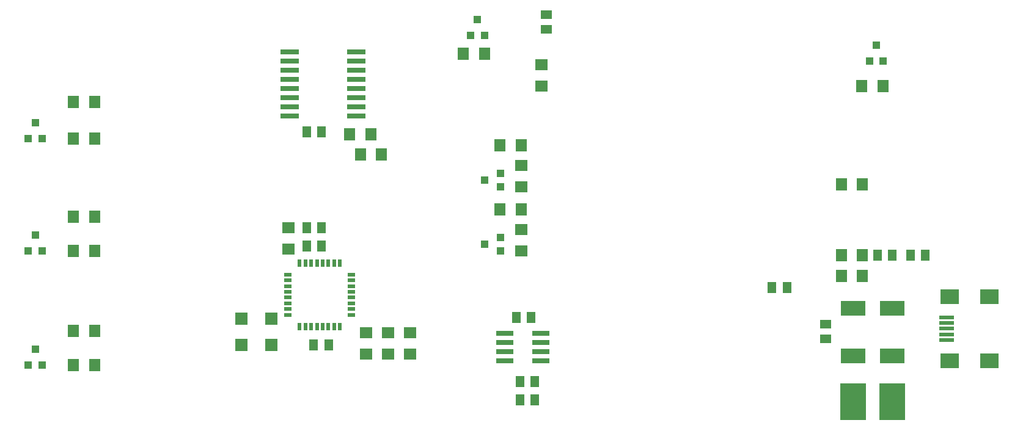
<source format=gbr>
%FSLAX34Y34*%
%MOMM*%
%LNSMDMASK_BOTTOM*%
G71*
G01*
%ADD10R, 0.500X1.000*%
%ADD11R, 1.000X0.500*%
%ADD12R, 2.600X0.800*%
%ADD13R, 2.400X0.800*%
%ADD14R, 2.500X2.000*%
%ADD15R, 2.000X0.500*%
%ADD16R, 3.600X5.200*%
%ADD17R, 3.500X2.000*%
%ADD18R, 1.500X1.200*%
%ADD19R, 1.200X1.500*%
%ADD20R, 1.800X1.500*%
%ADD21R, 1.500X1.800*%
%ADD22R, 1.700X1.800*%
%ADD23R, 1.100X1.100*%
%LPD*%
X525775Y194150D02*
G54D10*
D03*
X517775Y194150D02*
G54D10*
D03*
X509775Y194150D02*
G54D10*
D03*
X501775Y194150D02*
G54D10*
D03*
X493775Y194150D02*
G54D10*
D03*
X485775Y194150D02*
G54D10*
D03*
X477775Y194150D02*
G54D10*
D03*
X469775Y194150D02*
G54D10*
D03*
X525775Y282150D02*
G54D10*
D03*
X517775Y282150D02*
G54D10*
D03*
X509775Y282150D02*
G54D10*
D03*
X501775Y282150D02*
G54D10*
D03*
X493775Y282150D02*
G54D10*
D03*
X485775Y282150D02*
G54D10*
D03*
X477775Y282150D02*
G54D10*
D03*
X469775Y282150D02*
G54D10*
D03*
X453775Y210150D02*
G54D11*
D03*
X453775Y218150D02*
G54D11*
D03*
X453775Y226150D02*
G54D11*
D03*
X453775Y234150D02*
G54D11*
D03*
X453775Y242150D02*
G54D11*
D03*
X453775Y250150D02*
G54D11*
D03*
X453775Y258150D02*
G54D11*
D03*
X453775Y266150D02*
G54D11*
D03*
X541775Y210150D02*
G54D11*
D03*
X541775Y218150D02*
G54D11*
D03*
X541775Y226150D02*
G54D11*
D03*
X541775Y234150D02*
G54D11*
D03*
X541775Y242150D02*
G54D11*
D03*
X541775Y250150D02*
G54D11*
D03*
X541775Y258150D02*
G54D11*
D03*
X541775Y266150D02*
G54D11*
D03*
X455925Y486250D02*
G54D12*
D03*
X455925Y498950D02*
G54D12*
D03*
X455925Y511650D02*
G54D12*
D03*
X455925Y524350D02*
G54D12*
D03*
X455925Y537050D02*
G54D12*
D03*
X455925Y549750D02*
G54D12*
D03*
X455925Y562450D02*
G54D12*
D03*
X455925Y575150D02*
G54D12*
D03*
X547925Y575150D02*
G54D12*
D03*
X547925Y562450D02*
G54D12*
D03*
X547925Y549750D02*
G54D12*
D03*
X547925Y537050D02*
G54D12*
D03*
X547925Y524350D02*
G54D12*
D03*
X547925Y511650D02*
G54D12*
D03*
X547925Y498950D02*
G54D12*
D03*
X547925Y486250D02*
G54D12*
D03*
X754375Y146525D02*
G54D13*
D03*
X754375Y159225D02*
G54D13*
D03*
X754375Y171925D02*
G54D13*
D03*
X754375Y184625D02*
G54D13*
D03*
X804375Y184625D02*
G54D13*
D03*
X804375Y171925D02*
G54D13*
D03*
X804375Y159225D02*
G54D13*
D03*
X804375Y146525D02*
G54D13*
D03*
X1370325Y235425D02*
G54D14*
D03*
X1425825Y235425D02*
G54D14*
D03*
X1370325Y146425D02*
G54D14*
D03*
X1425825Y146425D02*
G54D14*
D03*
X1365838Y174969D02*
G54D15*
D03*
X1365838Y206969D02*
G54D15*
D03*
X1365838Y198969D02*
G54D15*
D03*
X1365838Y190969D02*
G54D15*
D03*
X1365838Y182969D02*
G54D15*
D03*
X1236975Y89375D02*
G54D16*
D03*
X1290950Y89375D02*
G54D16*
D03*
X1290950Y152875D02*
G54D17*
D03*
X1290950Y219550D02*
G54D17*
D03*
X1236975Y152875D02*
G54D17*
D03*
X1236975Y219550D02*
G54D17*
D03*
X1198875Y176688D02*
G54D18*
D03*
X1198875Y197288D02*
G54D18*
D03*
X795650Y92550D02*
G54D19*
D03*
X775050Y92550D02*
G54D19*
D03*
X795650Y117950D02*
G54D19*
D03*
X775050Y117950D02*
G54D19*
D03*
X770250Y206850D02*
G54D19*
D03*
X790850Y206850D02*
G54D19*
D03*
X500375Y464025D02*
G54D19*
D03*
X479775Y464025D02*
G54D19*
D03*
X509900Y168750D02*
G54D19*
D03*
X489300Y168750D02*
G54D19*
D03*
X500375Y305275D02*
G54D19*
D03*
X479775Y305275D02*
G54D19*
D03*
X500338Y330675D02*
G54D19*
D03*
X479738Y330675D02*
G54D19*
D03*
X1144862Y248125D02*
G54D19*
D03*
X1124262Y248125D02*
G54D19*
D03*
X811525Y626585D02*
G54D18*
D03*
X811525Y605985D02*
G54D18*
D03*
X1290950Y292575D02*
G54D19*
D03*
X1270350Y292575D02*
G54D19*
D03*
X1336988Y292575D02*
G54D19*
D03*
X1316388Y292575D02*
G54D19*
D03*
X592450Y156050D02*
G54D20*
D03*
X592450Y185418D02*
G54D20*
D03*
X583242Y432275D02*
G54D21*
D03*
X553874Y432275D02*
G54D21*
D03*
X568638Y460850D02*
G54D21*
D03*
X539270Y460850D02*
G54D21*
D03*
X725800Y571975D02*
G54D21*
D03*
X696432Y571975D02*
G54D21*
D03*
X186050Y505300D02*
G54D21*
D03*
X156682Y505300D02*
G54D21*
D03*
X186050Y346550D02*
G54D21*
D03*
X156682Y346550D02*
G54D21*
D03*
X186050Y187800D02*
G54D21*
D03*
X156682Y187800D02*
G54D21*
D03*
X776600Y356075D02*
G54D21*
D03*
X747232Y356075D02*
G54D21*
D03*
X776600Y298925D02*
G54D20*
D03*
X776600Y328293D02*
G54D20*
D03*
X622612Y156050D02*
G54D20*
D03*
X622612Y185418D02*
G54D20*
D03*
X186050Y454500D02*
G54D21*
D03*
X156682Y454500D02*
G54D21*
D03*
X454338Y330675D02*
G54D20*
D03*
X454338Y301307D02*
G54D20*
D03*
X186050Y298925D02*
G54D21*
D03*
X156682Y298925D02*
G54D21*
D03*
X776600Y444975D02*
G54D21*
D03*
X747232Y444975D02*
G54D21*
D03*
X776600Y387825D02*
G54D20*
D03*
X776600Y417193D02*
G54D20*
D03*
X562288Y156050D02*
G54D20*
D03*
X562288Y185418D02*
G54D20*
D03*
X186050Y140175D02*
G54D21*
D03*
X156682Y140175D02*
G54D21*
D03*
X1278250Y527525D02*
G54D21*
D03*
X1248882Y527525D02*
G54D21*
D03*
X1249675Y292575D02*
G54D21*
D03*
X1220307Y292575D02*
G54D21*
D03*
X1249675Y264000D02*
G54D21*
D03*
X1220307Y264000D02*
G54D21*
D03*
X1249675Y391000D02*
G54D21*
D03*
X1220307Y391000D02*
G54D21*
D03*
X805175Y527525D02*
G54D20*
D03*
X805175Y556893D02*
G54D20*
D03*
X430525Y168750D02*
G54D22*
D03*
X389250Y168750D02*
G54D22*
D03*
X430525Y205262D02*
G54D22*
D03*
X389250Y205262D02*
G54D22*
D03*
X706750Y597375D02*
G54D23*
D03*
X725750Y597375D02*
G54D23*
D03*
X716250Y619575D02*
G54D23*
D03*
X93975Y454500D02*
G54D23*
D03*
X112975Y454500D02*
G54D23*
D03*
X103475Y476700D02*
G54D23*
D03*
X748025Y298925D02*
G54D23*
D03*
X748025Y317925D02*
G54D23*
D03*
X725825Y308425D02*
G54D23*
D03*
X93975Y298925D02*
G54D23*
D03*
X112975Y298925D02*
G54D23*
D03*
X103475Y321125D02*
G54D23*
D03*
X748025Y387825D02*
G54D23*
D03*
X748025Y406825D02*
G54D23*
D03*
X725825Y397325D02*
G54D23*
D03*
X93975Y140175D02*
G54D23*
D03*
X112975Y140175D02*
G54D23*
D03*
X103475Y162375D02*
G54D23*
D03*
X1259200Y562450D02*
G54D23*
D03*
X1278200Y562450D02*
G54D23*
D03*
X1268700Y584650D02*
G54D23*
D03*
M02*

</source>
